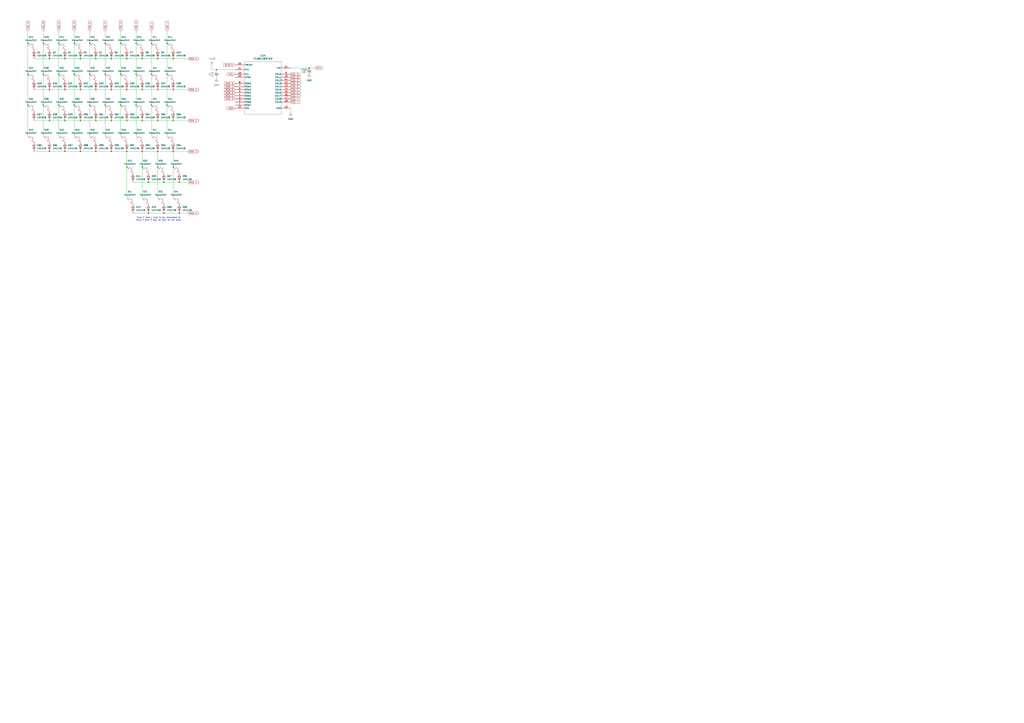
<source format=kicad_sch>
(kicad_sch (version 20231120) (generator "eeschema") (generator_version "8.0")
  (paper "A1")
  (junction (at 142.24 99.06))
  (junction (at 104.14 137.16))
  (junction (at 73.66 86.36))
  (junction (at 104.14 124.46))
  (junction (at 40.64 48.26))
  (junction (at 104.14 99.06))
  (junction (at 142.24 73.66))
  (junction (at 35.56 86.36))
  (junction (at 78.74 48.26))
  (junction (at 111.76 86.36))
  (junction (at 91.44 48.26))
  (junction (at 129.54 48.26))
  (junction (at 104.14 73.66))
  (junction (at 104.14 48.26))
  (junction (at 116.84 124.46))
  (junction (at 99.06 35.56))
  (junction (at 129.54 124.46))
  (junction (at 48.26 86.36))
  (junction (at 60.96 86.36))
  (junction (at 121.92 175.26))
  (junction (at 73.66 60.96))
  (junction (at 124.46 60.96))
  (junction (at 142.24 124.46))
  (junction (at 22.86 86.36))
  (junction (at 134.62 175.26))
  (junction (at 147.32 149.86))
  (junction (at 177.8 57.15))
  (junction (at 35.56 60.96))
  (junction (at 116.84 99.06))
  (junction (at 111.76 35.56))
  (junction (at 60.96 60.96))
  (junction (at 137.16 35.56))
  (junction (at 53.34 48.26))
  (junction (at 129.54 73.66))
  (junction (at 99.06 60.96))
  (junction (at 91.44 73.66))
  (junction (at 40.64 73.66))
  (junction (at 66.04 73.66))
  (junction (at 48.26 60.96))
  (junction (at 86.36 60.96))
  (junction (at 137.16 60.96))
  (junction (at 53.34 73.66))
  (junction (at 40.64 124.46))
  (junction (at 78.74 73.66))
  (junction (at 91.44 124.46))
  (junction (at 66.04 48.26))
  (junction (at 147.32 175.26))
  (junction (at 142.24 48.26))
  (junction (at 121.92 149.86))
  (junction (at 40.64 99.06))
  (junction (at 116.84 48.26))
  (junction (at 116.84 137.16))
  (junction (at 73.66 35.56))
  (junction (at 48.26 35.56))
  (junction (at 66.04 124.46))
  (junction (at 66.04 99.06))
  (junction (at 254 55.88))
  (junction (at 129.54 99.06))
  (junction (at 99.06 86.36))
  (junction (at 124.46 35.56))
  (junction (at 78.74 99.06))
  (junction (at 137.16 86.36))
  (junction (at 91.44 99.06))
  (junction (at 116.84 73.66))
  (junction (at 53.34 124.46))
  (junction (at 142.24 137.16))
  (junction (at 35.56 35.56))
  (junction (at 60.96 35.56))
  (junction (at 111.76 60.96))
  (junction (at 22.86 35.56))
  (junction (at 53.34 99.06))
  (junction (at 86.36 86.36))
  (junction (at 134.62 149.86))
  (junction (at 129.54 137.16))
  (junction (at 124.46 86.36))
  (junction (at 86.36 35.56))
  (junction (at 22.86 60.96))
  (junction (at 78.74 124.46))
  (wire (pts (xy 27.94 48.26) (xy 40.64 48.26)))
  (wire (pts (xy 124.46 35.56) (xy 124.46 60.96)))
  (wire (pts (xy 73.66 25.4) (xy 73.66 35.56)))
  (wire (pts (xy 173.99 57.15) (xy 177.8 57.15)))
  (wire (pts (xy 99.06 86.36) (xy 99.06 111.76)))
  (wire (pts (xy 142.24 124.46) (xy 142.24 137.16)))
  (wire (pts (xy 22.86 25.4) (xy 22.86 35.56)))
  (wire (pts (xy 173.99 53.34) (xy 173.99 57.15)))
  (wire (pts (xy 91.44 99.06) (xy 104.14 99.06)))
  (wire (pts (xy 129.54 73.66) (xy 142.24 73.66)))
  (wire (pts (xy 129.54 124.46) (xy 142.24 124.46)))
  (wire (pts (xy 121.92 175.26) (xy 134.62 175.26)))
  (wire (pts (xy 129.54 137.16) (xy 129.54 162.56)))
  (wire (pts (xy 22.86 86.36) (xy 22.86 111.76)))
  (wire (pts (xy 35.56 25.4) (xy 35.56 35.56)))
  (wire (pts (xy 60.96 60.96) (xy 60.96 86.36)))
  (wire (pts (xy 238.76 88.9) (xy 238.76 92.71)))
  (wire (pts (xy 35.56 60.96) (xy 35.56 86.36)))
  (wire (pts (xy 124.46 25.4) (xy 124.46 35.56)))
  (wire (pts (xy 22.86 35.56) (xy 22.86 60.96)))
  (wire (pts (xy 99.06 35.56) (xy 99.06 60.96)))
  (wire (pts (xy 99.06 60.96) (xy 99.06 86.36)))
  (wire (pts (xy 60.96 86.36) (xy 60.96 111.76)))
  (wire (pts (xy 48.26 60.96) (xy 48.26 86.36)))
  (wire (pts (xy 124.46 60.96) (xy 124.46 86.36)))
  (wire (pts (xy 137.16 86.36) (xy 137.16 111.76)))
  (wire (pts (xy 40.64 124.46) (xy 53.34 124.46)))
  (wire (pts (xy 116.84 73.66) (xy 129.54 73.66)))
  (wire (pts (xy 27.94 73.66) (xy 40.64 73.66)))
  (wire (pts (xy 86.36 60.96) (xy 86.36 86.36)))
  (wire (pts (xy 66.04 48.26) (xy 78.74 48.26)))
  (wire (pts (xy 78.74 124.46) (xy 91.44 124.46)))
  (wire (pts (xy 137.16 60.96) (xy 137.16 86.36)))
  (wire (pts (xy 78.74 99.06) (xy 91.44 99.06)))
  (wire (pts (xy 104.14 99.06) (xy 116.84 99.06)))
  (wire (pts (xy 35.56 35.56) (xy 35.56 60.96)))
  (wire (pts (xy 104.14 48.26) (xy 116.84 48.26)))
  (wire (pts (xy 177.8 57.15) (xy 193.04 57.15)))
  (wire (pts (xy 91.44 124.46) (xy 104.14 124.46)))
  (wire (pts (xy 40.64 73.66) (xy 53.34 73.66)))
  (wire (pts (xy 91.44 48.26) (xy 104.14 48.26)))
  (wire (pts (xy 134.62 149.86) (xy 147.32 149.86)))
  (wire (pts (xy 111.76 60.96) (xy 111.76 86.36)))
  (wire (pts (xy 40.64 48.26) (xy 53.34 48.26)))
  (wire (pts (xy 116.84 124.46) (xy 116.84 137.16)))
  (wire (pts (xy 73.66 35.56) (xy 73.66 60.96)))
  (wire (pts (xy 147.32 149.86) (xy 154.94 149.86)))
  (wire (pts (xy 137.16 25.4) (xy 137.16 35.56)))
  (wire (pts (xy 48.26 86.36) (xy 48.26 111.76)))
  (wire (pts (xy 116.84 99.06) (xy 129.54 99.06)))
  (wire (pts (xy 53.34 124.46) (xy 66.04 124.46)))
  (wire (pts (xy 86.36 25.4) (xy 86.36 35.56)))
  (wire (pts (xy 147.32 175.26) (xy 154.94 175.26)))
  (wire (pts (xy 177.8 63.5) (xy 177.8 64.77)))
  (wire (pts (xy 78.74 73.66) (xy 91.44 73.66)))
  (wire (pts (xy 53.34 73.66) (xy 66.04 73.66)))
  (wire (pts (xy 116.84 48.26) (xy 129.54 48.26)))
  (wire (pts (xy 142.24 137.16) (xy 142.24 162.56)))
  (wire (pts (xy 238.76 55.88) (xy 254 55.88)))
  (wire (pts (xy 86.36 35.56) (xy 86.36 60.96)))
  (wire (pts (xy 91.44 73.66) (xy 104.14 73.66)))
  (wire (pts (xy 40.64 99.06) (xy 53.34 99.06)))
  (wire (pts (xy 35.56 86.36) (xy 35.56 111.76)))
  (wire (pts (xy 27.94 99.06) (xy 40.64 99.06)))
  (wire (pts (xy 86.36 86.36) (xy 86.36 111.76)))
  (wire (pts (xy 109.22 149.86) (xy 121.92 149.86)))
  (wire (pts (xy 104.14 124.46) (xy 116.84 124.46)))
  (wire (pts (xy 99.06 25.4) (xy 99.06 35.56)))
  (wire (pts (xy 104.14 124.46) (xy 104.14 137.16)))
  (wire (pts (xy 104.14 137.16) (xy 104.14 162.56)))
  (wire (pts (xy 124.46 86.36) (xy 124.46 111.76)))
  (wire (pts (xy 48.26 25.4) (xy 48.26 35.56)))
  (wire (pts (xy 73.66 60.96) (xy 73.66 86.36)))
  (wire (pts (xy 111.76 25.4) (xy 111.76 35.56)))
  (wire (pts (xy 53.34 48.26) (xy 66.04 48.26)))
  (wire (pts (xy 142.24 99.06) (xy 154.94 99.06)))
  (wire (pts (xy 53.34 99.06) (xy 66.04 99.06)))
  (wire (pts (xy 129.54 124.46) (xy 129.54 137.16)))
  (wire (pts (xy 121.92 149.86) (xy 134.62 149.86)))
  (wire (pts (xy 73.66 86.36) (xy 73.66 111.76)))
  (wire (pts (xy 22.86 60.96) (xy 22.86 86.36)))
  (wire (pts (xy 104.14 73.66) (xy 116.84 73.66)))
  (wire (pts (xy 177.8 58.42) (xy 177.8 57.15)))
  (wire (pts (xy 134.62 175.26) (xy 147.32 175.26)))
  (wire (pts (xy 78.74 48.26) (xy 91.44 48.26)))
  (wire (pts (xy 66.04 99.06) (xy 78.74 99.06)))
  (wire (pts (xy 27.94 124.46) (xy 40.64 124.46)))
  (wire (pts (xy 142.24 73.66) (xy 154.94 73.66)))
  (wire (pts (xy 60.96 25.4) (xy 60.96 35.56)))
  (wire (pts (xy 129.54 99.06) (xy 142.24 99.06)))
  (wire (pts (xy 137.16 35.56) (xy 137.16 60.96)))
  (wire (pts (xy 66.04 124.46) (xy 78.74 124.46)))
  (wire (pts (xy 116.84 124.46) (xy 129.54 124.46)))
  (wire (pts (xy 109.22 175.26) (xy 121.92 175.26)))
  (wire (pts (xy 66.04 73.66) (xy 78.74 73.66)))
  (wire (pts (xy 142.24 124.46) (xy 154.94 124.46)))
  (wire (pts (xy 60.96 35.56) (xy 60.96 60.96)))
  (wire (pts (xy 142.24 48.26) (xy 154.94 48.26)))
  (wire (pts (xy 111.76 86.36) (xy 111.76 111.76)))
  (wire (pts (xy 111.76 35.56) (xy 111.76 60.96)))
  (wire (pts (xy 254 55.88) (xy 259.08 55.88)))
  (wire (pts (xy 129.54 48.26) (xy 142.24 48.26)))
  (wire (pts (xy 48.26 35.56) (xy 48.26 60.96)))
  (wire (pts (xy 116.84 137.16) (xy 116.84 162.56)))
  (text "Cols K and L had to be relocated to\nrows 4 and 5 due to lack of col pins.\n" (at 130.302 179.832 0) (effects (font (size 1.27 1.27))))
  (global_label "ROW 2" (shape input) (at 193.04 73.66 180) (property "Intersheetrefs" "${INTERSHEET_REFS}" (effects (hide yes))))
  (global_label "ROW 3" (shape output) (at 154.94 124.46 0) (property "Intersheetrefs" "${INTERSHEET_REFS}" (effects (hide yes))))
  (global_label "COL F" (shape output) (at 238.76 73.66 0) (property "Intersheetrefs" "${INTERSHEET_REFS}" (effects (hide yes))))
  (global_label "COL J" (shape input) (at 137.16 25.4 90) (property "Intersheetrefs" "${INTERSHEET_REFS}" (effects (hide yes))))
  (global_label "COL G" (shape input) (at 99.06 25.4 90) (property "Intersheetrefs" "${INTERSHEET_REFS}" (effects (hide yes))))
  (global_label "COL A" (shape output) (at 238.76 60.96 0) (property "Intersheetrefs" "${INTERSHEET_REFS}" (effects (hide yes))))
  (global_label "RESETn" (shape input) (at 193.04 53.34 180) (property "Intersheetrefs" "${INTERSHEET_REFS}" (effects (hide yes))))
  (global_label "COL F" (shape input) (at 86.36 25.4 90) (property "Intersheetrefs" "${INTERSHEET_REFS}" (effects (hide yes))))
  (global_label "INTn" (shape output) (at 259.08 55.88 0) (property "Intersheetrefs" "${INTERSHEET_REFS}" (effects (hide yes))))
  (global_label "COL D" (shape input) (at 60.96 25.4 90) (property "Intersheetrefs" "${INTERSHEET_REFS}" (effects (hide yes))))
  (global_label "ROW 1" (shape input) (at 193.04 71.12 180) (property "Intersheetrefs" "${INTERSHEET_REFS}" (effects (hide yes))))
  (global_label "SCL" (shape bidirectional) (at 193.04 60.96 180) (property "Intersheetrefs" "${INTERSHEET_REFS}" (effects (hide yes))))
  (global_label "ROW 4" (shape output) (at 154.94 149.86 0) (property "Intersheetrefs" "${INTERSHEET_REFS}" (effects (hide yes))))
  (global_label "COL H" (shape input) (at 111.76 25.4 90) (property "Intersheetrefs" "${INTERSHEET_REFS}" (effects (hide yes))))
  (global_label "COL D" (shape output) (at 238.76 68.58 0) (property "Intersheetrefs" "${INTERSHEET_REFS}" (effects (hide yes))))
  (global_label "ROW 2" (shape output) (at 154.94 99.06 0) (property "Intersheetrefs" "${INTERSHEET_REFS}" (effects (hide yes))))
  (global_label "ROW 4" (shape input) (at 193.04 78.74 180) (property "Intersheetrefs" "${INTERSHEET_REFS}" (effects (hide yes))))
  (global_label "COL J" (shape output) (at 238.76 83.82 0) (property "Intersheetrefs" "${INTERSHEET_REFS}" (effects (hide yes))))
  (global_label "COL C" (shape output) (at 238.76 66.04 0) (property "Intersheetrefs" "${INTERSHEET_REFS}" (effects (hide yes))))
  (global_label "ROW 0" (shape input) (at 193.04 68.58 180) (property "Intersheetrefs" "${INTERSHEET_REFS}" (effects (hide yes))))
  (global_label "ROW 5" (shape output) (at 154.94 175.26 0) (property "Intersheetrefs" "${INTERSHEET_REFS}" (effects (hide yes))))
  (global_label "COL G" (shape output) (at 238.76 76.2 0) (property "Intersheetrefs" "${INTERSHEET_REFS}" (effects (hide yes))))
  (global_label "COL B" (shape output) (at 238.76 63.5 0) (property "Intersheetrefs" "${INTERSHEET_REFS}" (effects (hide yes))))
  (global_label "COL C" (shape input) (at 48.26 25.4 90) (property "Intersheetrefs" "${INTERSHEET_REFS}" (effects (hide yes))))
  (global_label "COL I" (shape output) (at 238.76 81.28 0) (property "Intersheetrefs" "${INTERSHEET_REFS}" (effects (hide yes))))
  (global_label "COL I" (shape input) (at 124.46 25.4 90) (property "Intersheetrefs" "${INTERSHEET_REFS}" (effects (hide yes))))
  (global_label "ROW 3" (shape input) (at 193.04 76.2 180) (property "Intersheetrefs" "${INTERSHEET_REFS}" (effects (hide yes))))
  (global_label "ROW 5" (shape input) (at 193.04 81.28 180) (property "Intersheetrefs" "${INTERSHEET_REFS}" (effects (hide yes))))
  (global_label "COL B" (shape input) (at 35.56 25.4 90) (property "Intersheetrefs" "${INTERSHEET_REFS}" (effects (hide yes))))
  (global_label "COL H" (shape output) (at 238.76 78.74 0) (property "Intersheetrefs" "${INTERSHEET_REFS}" (effects (hide yes))))
  (global_label "ROW 0" (shape output) (at 154.94 48.26 0) (property "Intersheetrefs" "${INTERSHEET_REFS}" (effects (hide yes))))
  (global_label "ROW 1" (shape output) (at 154.94 73.66 0) (property "Intersheetrefs" "${INTERSHEET_REFS}" (effects (hide yes))))
  (global_label "COL A" (shape input) (at 22.86 25.4 90) (property "Intersheetrefs" "${INTERSHEET_REFS}" (effects (hide yes))))
  (global_label "COL E" (shape output) (at 238.76 71.12 0) (property "Intersheetrefs" "${INTERSHEET_REFS}" (effects (hide yes))))
  (global_label "SDA" (shape bidirectional) (at 193.04 88.9 180) (property "Intersheetrefs" "${INTERSHEET_REFS}" (effects (hide yes))))
  (global_label "COL E" (shape input) (at 73.66 25.4 90) (property "Intersheetrefs" "${INTERSHEET_REFS}" (effects (hide yes))))
  (symbol (lib_id "Diode:1N4148") (at 78.74 120.65 90) (unit 1)
    (property "Reference" "D89" (at 81.28 119.3799 90) (effects (justify right)))
    (property "Value" "1N4148" (at 81.28 121.9199 90) (effects (justify right)))
    (property "Footprint" "Diode_THT:D_DO-35_SOD27_P7.62mm_Horizontal" (effects (hide yes)))
    (property "Datasheet" "https://assets.nexperia.com/documents/data-sheet/1N4148_1N4448.pdf" (effects (hide yes)))
    (property "Description" "100V 0.15A standard switching diode, DO-35" (effects (hide yes)))
    (property "Sim.Device" "D" (effects (hide yes)))
    (property "Sim.Pins" "1=K 2=A" (effects (hide yes)))
  )
  (symbol (lib_id "Diode:1N4148") (at 66.04 69.85 90) (unit 1)
    (property "Reference" "D32" (at 68.58 68.5799 90) (effects (justify right)))
    (property "Value" "1N4148" (at 68.58 71.1199 90) (effects (justify right)))
    (property "Footprint" "Diode_THT:D_DO-35_SOD27_P7.62mm_Horizontal" (effects (hide yes)))
    (property "Datasheet" "https://assets.nexperia.com/documents/data-sheet/1N4148_1N4448.pdf" (effects (hide yes)))
    (property "Description" "100V 0.15A standard switching diode, DO-35" (effects (hide yes)))
    (property "Sim.Device" "D" (effects (hide yes)))
    (property "Sim.Pins" "1=K 2=A" (effects (hide yes)))
  )
  (symbol (lib_id "ScottoKeebs:Placeholder_Keyswitch") (at 139.7 88.9 0) (unit 1)
    (property "Reference" "S3J" (at 139.7 81.28 0))
    (property "Value" "Keyswitch" (at 139.7 83.82 0))
    (property "Description" "Push button switch, normally open, two pins, 45° tilted" (effects (hide yes)))
  )
  (symbol (lib_id "ScottoKeebs:Placeholder_Keyswitch") (at 38.1 88.9 0) (unit 1)
    (property "Reference" "S3B" (at 38.1 81.28 0))
    (property "Value" "Keyswitch" (at 38.1 83.82 0))
    (property "Description" "Push button switch, normally open, two pins, 45° tilted" (effects (hide yes)))
  )
  (symbol (lib_id "Diode:1N4148") (at 91.44 69.85 90) (unit 1)
    (property "Reference" "D34" (at 93.98 68.5799 90) (effects (justify right)))
    (property "Value" "1N4148" (at 93.98 71.1199 90) (effects (justify right)))
    (property "Footprint" "Diode_THT:D_DO-35_SOD27_P7.62mm_Horizontal" (effects (hide yes)))
    (property "Datasheet" "https://assets.nexperia.com/documents/data-sheet/1N4148_1N4448.pdf" (effects (hide yes)))
    (property "Description" "100V 0.15A standard switching diode, DO-35" (effects (hide yes)))
    (property "Sim.Device" "D" (effects (hide yes)))
    (property "Sim.Pins" "1=K 2=A" (effects (hide yes)))
  )
  (symbol (lib_id "Device:C_Polarized_Small_US") (at 177.8 60.96 0) (unit 1)
    (property "Reference" "C1" (at 172.466 60.96 90))
    (property "Value" "47uF" (at 174.498 61.214 90))
    (property "Description" "Polarized capacitor, small US symbol" (effects (hide yes)))
  )
  (symbol (lib_id "Diode:1N4148") (at 104.14 95.25 90) (unit 1)
    (property "Reference" "D63" (at 106.68 93.9799 90) (effects (justify right)))
    (property "Value" "1N4148" (at 106.68 96.5199 90) (effects (justify right)))
    (property "Footprint" "Diode_THT:D_DO-35_SOD27_P7.62mm_Horizontal" (effects (hide yes)))
    (property "Datasheet" "https://assets.nexperia.com/documents/data-sheet/1N4148_1N4448.pdf" (effects (hide yes)))
    (property "Description" "100V 0.15A standard switching diode, DO-35" (effects (hide yes)))
    (property "Sim.Device" "D" (effects (hide yes)))
    (property "Sim.Pins" "1=K 2=A" (effects (hide yes)))
  )
  (symbol (lib_id "ScottoKeebs:Placeholder_Keyswitch") (at 88.9 114.3 0) (unit 1)
    (property "Reference" "S4F" (at 88.9 106.68 0))
    (property "Value" "Keyswitch" (at 88.9 109.22 0))
    (property "Description" "Push button switch, normally open, two pins, 45° tilted" (effects (hide yes)))
  )
  (symbol (lib_id "ScottoKeebs:Placeholder_Keyswitch") (at 139.7 114.3 0) (unit 1)
    (property "Reference" "S4J" (at 139.7 106.68 0))
    (property "Value" "Keyswitch" (at 139.7 109.22 0))
    (property "Description" "Push button switch, normally open, two pins, 45° tilted" (effects (hide yes)))
  )
  (symbol (lib_id "ScottoKeebs:Placeholder_Keyswitch") (at 114.3 63.5 0) (unit 1)
    (property "Reference" "S2H" (at 114.3 55.88 0))
    (property "Value" "Keyswitch" (at 114.3 58.42 0))
    (property "Description" "Push button switch, normally open, two pins, 45° tilted" (effects (hide yes)))
  )
  (symbol (lib_id "ScottoKeebs:Placeholder_Keyswitch") (at 114.3 38.1 0) (unit 1)
    (property "Reference" "S1H" (at 114.3 30.48 0))
    (property "Value" "Keyswitch" (at 114.3 33.02 0))
    (property "Description" "Push button switch, normally open, two pins, 45° tilted" (effects (hide yes)))
  )
  (symbol (lib_id "Diode:1N4148") (at 129.54 95.25 90) (unit 1)
    (property "Reference" "D65" (at 132.08 93.9799 90) (effects (justify right)))
    (property "Value" "1N4148" (at 132.08 96.5199 90) (effects (justify right)))
    (property "Footprint" "Diode_THT:D_DO-35_SOD27_P7.62mm_Horizontal" (effects (hide yes)))
    (property "Datasheet" "https://assets.nexperia.com/documents/data-sheet/1N4148_1N4448.pdf" (effects (hide yes)))
    (property "Description" "100V 0.15A standard switching diode, DO-35" (effects (hide yes)))
    (property "Sim.Device" "D" (effects (hide yes)))
    (property "Sim.Pins" "1=K 2=A" (effects (hide yes)))
  )
  (symbol (lib_id "Diode:1N4148") (at 142.24 120.65 90) (unit 1)
    (property "Reference" "D94" (at 144.78 119.3799 90) (effects (justify right)))
    (property "Value" "1N4148" (at 144.78 121.9199 90) (effects (justify right)))
    (property "Footprint" "Diode_THT:D_DO-35_SOD27_P7.62mm_Horizontal" (effects (hide yes)))
    (property "Datasheet" "https://assets.nexperia.com/documents/data-sheet/1N4148_1N4448.pdf" (effects (hide yes)))
    (property "Description" "100V 0.15A standard switching diode, DO-35" (effects (hide yes)))
    (property "Sim.Device" "D" (effects (hide yes)))
    (property "Sim.Pins" "1=K 2=A" (effects (hide yes)))
  )
  (symbol (lib_id "power:GND") (at 177.8 64.77 0) (unit 1)
    (property "Reference" "#PWR03" (effects (hide yes)))
    (property "Value" "GND" (at 177.8 69.85 0))
    (property "Description" "Power symbol creates a global label with name \"GND\" , ground" (effects (hide yes)))
  )
  (symbol (lib_id "ScottoKeebs:Placeholder_Keyswitch") (at 101.6 38.1 0) (unit 1)
    (property "Reference" "S1G" (at 101.6 30.48 0))
    (property "Value" "Keyswitch" (at 101.6 33.02 0))
    (property "Description" "Push button switch, normally open, two pins, 45° tilted" (effects (hide yes)))
  )
  (symbol (lib_id "ScottoKeebs:Placeholder_Keyswitch") (at 76.2 63.5 0) (unit 1)
    (property "Reference" "S2E" (at 76.2 55.88 0))
    (property "Value" "Keyswitch" (at 76.2 58.42 0))
    (property "Description" "Push button switch, normally open, two pins, 45° tilted" (effects (hide yes)))
  )
  (symbol (lib_id "Diode:1N4148") (at 40.64 95.25 90) (unit 1)
    (property "Reference" "D58" (at 43.18 93.9799 90) (effects (justify right)))
    (property "Value" "1N4148" (at 43.18 96.5199 90) (effects (justify right)))
    (property "Footprint" "Diode_THT:D_DO-35_SOD27_P7.62mm_Horizontal" (effects (hide yes)))
    (property "Datasheet" "https://assets.nexperia.com/documents/data-sheet/1N4148_1N4448.pdf" (effects (hide yes)))
    (property "Description" "100V 0.15A standard switching diode, DO-35" (effects (hide yes)))
    (property "Sim.Device" "D" (effects (hide yes)))
    (property "Sim.Pins" "1=K 2=A" (effects (hide yes)))
  )
  (symbol (lib_id "ScottoKeebs:Placeholder_Keyswitch") (at 144.78 165.1 0) (unit 1)
    (property "Reference" "S4L" (at 144.78 157.48 0))
    (property "Value" "Keyswitch" (at 144.78 160.02 0))
    (property "Description" "Push button switch, normally open, two pins, 45° tilted" (effects (hide yes)))
  )
  (symbol (lib_id "ScottoKeebs:Placeholder_Keyswitch") (at 25.4 63.5 0) (unit 1)
    (property "Reference" "S2A" (at 25.4 55.88 0))
    (property "Value" "Keyswitch" (at 25.4 58.42 0))
    (property "Description" "Push button switch, normally open, two pins, 45° tilted" (effects (hide yes)))
  )
  (symbol (lib_id "Diode:1N4148") (at 27.94 95.25 90) (unit 1)
    (property "Reference" "D57" (at 30.48 93.9799 90) (effects (justify right)))
    (property "Value" "1N4148" (at 30.48 96.5199 90) (effects (justify right)))
    (property "Footprint" "Diode_THT:D_DO-35_SOD27_P7.62mm_Horizontal" (effects (hide yes)))
    (property "Datasheet" "https://assets.nexperia.com/documents/data-sheet/1N4148_1N4448.pdf" (effects (hide yes)))
    (property "Description" "100V 0.15A standard switching diode, DO-35" (effects (hide yes)))
    (property "Sim.Device" "D" (effects (hide yes)))
    (property "Sim.Pins" "1=K 2=A" (effects (hide yes)))
  )
  (symbol (lib_id "Diode:1N4148") (at 40.64 120.65 90) (unit 1)
    (property "Reference" "D86" (at 43.18 119.3799 90) (effects (justify right)))
    (property "Value" "1N4148" (at 43.18 121.9199 90) (effects (justify right)))
    (property "Footprint" "Diode_THT:D_DO-35_SOD27_P7.62mm_Horizontal" (effects (hide yes)))
    (property "Datasheet" "https://assets.nexperia.com/documents/data-sheet/1N4148_1N4448.pdf" (effects (hide yes)))
    (property "Description" "100V 0.15A standard switching diode, DO-35" (effects (hide yes)))
    (property "Sim.Device" "D" (effects (hide yes)))
    (property "Sim.Pins" "1=K 2=A" (effects (hide yes)))
  )
  (symbol (lib_id "Diode:1N4148") (at 134.62 171.45 90) (unit 1)
    (property "Reference" "D68" (at 137.16 170.1799 90) (effects (justify right)))
    (property "Value" "1N4148" (at 137.16 172.7199 90) (effects (justify right)))
    (property "Footprint" "Diode_THT:D_DO-35_SOD27_P7.62mm_Horizontal" (effects (hide yes)))
    (property "Datasheet" "https://assets.nexperia.com/documents/data-sheet/1N4148_1N4448.pdf" (effects (hide yes)))
    (property "Description" "100V 0.15A standard switching diode, DO-35" (effects (hide yes)))
    (property "Sim.Device" "D" (effects (hide yes)))
    (property "Sim.Pins" "1=K 2=A" (effects (hide yes)))
  )
  (symbol (lib_id "Diode:1N4148") (at 104.14 69.85 90) (unit 1)
    (property "Reference" "D35" (at 106.68 68.5799 90) (effects (justify right)))
    (property "Value" "1N4148" (at 106.68 71.1199 90) (effects (justify right)))
    (property "Footprint" "Diode_THT:D_DO-35_SOD27_P7.62mm_Horizontal" (effects (hide yes)))
    (property "Datasheet" "https://assets.nexperia.com/documents/data-sheet/1N4148_1N4448.pdf" (effects (hide yes)))
    (property "Description" "100V 0.15A standard switching diode, DO-35" (effects (hide yes)))
    (property "Sim.Device" "D" (effects (hide yes)))
    (property "Sim.Pins" "1=K 2=A" (effects (hide yes)))
  )
  (symbol (lib_id "Diode:1N4148") (at 53.34 120.65 90) (unit 1)
    (property "Reference" "D87" (at 55.88 119.3799 90) (effects (justify right)))
    (property "Value" "1N4148" (at 55.88 121.9199 90) (effects (justify right)))
    (property "Footprint" "Diode_THT:D_DO-35_SOD27_P7.62mm_Horizontal" (effects (hide yes)))
    (property "Datasheet" "https://assets.nexperia.com/documents/data-sheet/1N4148_1N4448.pdf" (effects (hide yes)))
    (property "Description" "100V 0.15A standard switching diode, DO-35" (effects (hide yes)))
    (property "Sim.Device" "D" (effects (hide yes)))
    (property "Sim.Pins" "1=K 2=A" (effects (hide yes)))
  )
  (symbol (lib_id "Diode:1N4148") (at 91.44 95.25 90) (unit 1)
    (property "Reference" "D62" (at 93.98 93.9799 90) (effects (justify right)))
    (property "Value" "1N4148" (at 93.98 96.5199 90) (effects (justify right)))
    (property "Footprint" "Diode_THT:D_DO-35_SOD27_P7.62mm_Horizontal" (effects (hide yes)))
    (property "Datasheet" "https://assets.nexperia.com/documents/data-sheet/1N4148_1N4448.pdf" (effects (hide yes)))
    (property "Description" "100V 0.15A standard switching diode, DO-35" (effects (hide yes)))
    (property "Sim.Device" "D" (effects (hide yes)))
    (property "Sim.Pins" "1=K 2=A" (effects (hide yes)))
  )
  (symbol (lib_id "Diode:1N4148") (at 66.04 44.45 90) (unit 1)
    (property "Reference" "D5" (at 68.58 43.1799 90) (effects (justify right)))
    (property "Value" "1N4148" (at 68.58 45.7199 90) (effects (justify right)))
    (property "Footprint" "Diode_THT:D_DO-35_SOD27_P7.62mm_Horizontal" (effects (hide yes)))
    (property "Datasheet" "https://assets.nexperia.com/documents/data-sheet/1N4148_1N4448.pdf" (effects (hide yes)))
    (property "Description" "100V 0.15A standard switching diode, DO-35" (effects (hide yes)))
    (property "Sim.Device" "D" (effects (hide yes)))
    (property "Sim.Pins" "1=K 2=A" (effects (hide yes)))
  )
  (symbol (lib_id "ScottoKeebs:Placeholder_Keyswitch") (at 127 114.3 0) (unit 1)
    (property "Reference" "S4I" (at 127 106.68 0))
    (property "Value" "Keyswitch" (at 127 109.22 0))
    (property "Description" "Push button switch, normally open, two pins, 45° tilted" (effects (hide yes)))
  )
  (symbol (lib_id "Diode:1N4148") (at 104.14 44.45 90) (unit 1)
    (property "Reference" "D7" (at 106.68 43.1799 90) (effects (justify right)))
    (property "Value" "1N4148" (at 106.68 45.7199 90) (effects (justify right)))
    (property "Footprint" "Diode_THT:D_DO-35_SOD27_P7.62mm_Horizontal" (effects (hide yes)))
    (property "Datasheet" "https://assets.nexperia.com/documents/data-sheet/1N4148_1N4448.pdf" (effects (hide yes)))
    (property "Description" "100V 0.15A standard switching diode, DO-35" (effects (hide yes)))
    (property "Sim.Device" "D" (effects (hide yes)))
    (property "Sim.Pins" "1=K 2=A" (effects (hide yes)))
  )
  (symbol (lib_id "Diode:1N4148") (at 66.04 120.65 90) (unit 1)
    (property "Reference" "D88" (at 68.58 119.3799 90) (effects (justify right)))
    (property "Value" "1N4148" (at 68.58 121.9199 90) (effects (justify right)))
    (property "Footprint" "Diode_THT:D_DO-35_SOD27_P7.62mm_Horizontal" (effects (hide yes)))
    (property "Datasheet" "https://assets.nexperia.com/documents/data-sheet/1N4148_1N4448.pdf" (effects (hide yes)))
    (property "Description" "100V 0.15A standard switching diode, DO-35" (effects (hide yes)))
    (property "Sim.Device" "D" (effects (hide yes)))
    (property "Sim.Pins" "1=K 2=A" (effects (hide yes)))
  )
  (symbol (lib_id "Diode:1N4148") (at 66.04 95.25 90) (unit 1)
    (property "Reference" "D60" (at 68.58 93.9799 90) (effects (justify right)))
    (property "Value" "1N4148" (at 68.58 96.5199 90) (effects (justify right)))
    (property "Footprint" "Diode_THT:D_DO-35_SOD27_P7.62mm_Horizontal" (effects (hide yes)))
    (property "Datasheet" "https://assets.nexperia.com/documents/data-sheet/1N4148_1N4448.pdf" (effects (hide yes)))
    (property "Description" "100V 0.15A standard switching diode, DO-35" (effects (hide yes)))
    (property "Sim.Device" "D" (effects (hide yes)))
    (property "Sim.Pins" "1=K 2=A" (effects (hide yes)))
  )
  (symbol (lib_id "Diode:1N4148") (at 27.94 69.85 90) (unit 1)
    (property "Reference" "D29" (at 30.48 68.5799 90) (effects (justify right)))
    (property "Value" "1N4148" (at 30.48 71.1199 90) (effects (justify right)))
    (property "Footprint" "Diode_THT:D_DO-35_SOD27_P7.62mm_Horizontal" (effects (hide yes)))
    (property "Datasheet" "https://assets.nexperia.com/documents/data-sheet/1N4148_1N4448.pdf" (effects (hide yes)))
    (property "Description" "100V 0.15A standard switching diode, DO-35" (effects (hide yes)))
    (property "Sim.Device" "D" (effects (hide yes)))
    (property "Sim.Pins" "1=K 2=A" (effects (hide yes)))
  )
  (symbol (lib_id "ScottoKeebs:Placeholder_Keyswitch") (at 101.6 88.9 0) (unit 1)
    (property "Reference" "S3G" (at 101.6 81.28 0))
    (property "Value" "Keyswitch" (at 101.6 83.82 0))
    (property "Description" "Push button switch, normally open, two pins, 45° tilted" (effects (hide yes)))
  )
  (symbol (lib_id "Diode:1N4148") (at 121.92 146.05 90) (unit 1)
    (property "Reference" "D39" (at 124.46 144.7799 90) (effects (justify right)))
    (property "Value" "1N4148" (at 124.46 147.3199 90) (effects (justify right)))
    (property "Footprint" "Diode_THT:D_DO-35_SOD27_P7.62mm_Horizontal" (effects (hide yes)))
    (property "Datasheet" "https://assets.nexperia.com/documents/data-sheet/1N4148_1N4448.pdf" (effects (hide yes)))
    (property "Description" "100V 0.15A standard switching diode, DO-35" (effects (hide yes)))
    (property "Sim.Device" "D" (effects (hide yes)))
    (property "Sim.Pins" "1=K 2=A" (effects (hide yes)))
  )
  (symbol (lib_id "ScottoKeebs:Placeholder_Keyswitch") (at 114.3 88.9 0) (unit 1)
    (property "Reference" "S3H" (at 114.3 81.28 0))
    (property "Value" "Keyswitch" (at 114.3 83.82 0))
    (property "Description" "Push button switch, normally open, two pins, 45° tilted" (effects (hide yes)))
  )
  (symbol (lib_id "ScottoKeebs:Placeholder_Keyswitch") (at 63.5 114.3 0) (unit 1)
    (property "Reference" "S4D" (at 63.5 106.68 0))
    (property "Value" "Keyswitch" (at 63.5 109.22 0))
    (property "Description" "Push button switch, normally open, two pins, 45° tilted" (effects (hide yes)))
  )
  (symbol (lib_id "ScottoKeebs:Placeholder_Keyswitch") (at 119.38 139.7 0) (unit 1)
    (property "Reference" "S2K" (at 119.38 132.08 0))
    (property "Value" "Keyswitch" (at 119.38 134.62 0))
    (property "Description" "Push button switch, normally open, two pins, 45° tilted" (effects (hide yes)))
  )
  (symbol (lib_id "Diode:1N4148") (at 129.54 69.85 90) (unit 1)
    (property "Reference" "D37" (at 132.08 68.5799 90) (effects (justify right)))
    (property "Value" "1N4148" (at 132.08 71.1199 90) (effects (justify right)))
    (property "Footprint" "Diode_THT:D_DO-35_SOD27_P7.62mm_Horizontal" (effects (hide yes)))
    (property "Datasheet" "https://assets.nexperia.com/documents/data-sheet/1N4148_1N4448.pdf" (effects (hide yes)))
    (property "Description" "100V 0.15A standard switching diode, DO-35" (effects (hide yes)))
    (property "Sim.Device" "D" (effects (hide yes)))
    (property "Sim.Pins" "1=K 2=A" (effects (hide yes)))
  )
  (symbol (lib_id "ScottoKeebs:Placeholder_Keyswitch") (at 132.08 165.1 0) (unit 1)
    (property "Reference" "S3L" (at 132.08 157.48 0))
    (property "Value" "Keyswitch" (at 132.08 160.02 0))
    (property "Description" "Push button switch, normally open, two pins, 45° tilted" (effects (hide yes)))
  )
  (symbol (lib_id "ScottoKeebs:Placeholder_Keyswitch") (at 106.68 139.7 0) (unit 1)
    (property "Reference" "S1K" (at 106.68 132.08 0))
    (property "Value" "Keyswitch" (at 106.68 134.62 0))
    (property "Description" "Push button switch, normally open, two pins, 45° tilted" (effects (hide yes)))
  )
  (symbol (lib_id "Diode:1N4148") (at 134.62 146.05 90) (unit 1)
    (property "Reference" "D67" (at 137.16 144.7799 90) (effects (justify right)))
    (property "Value" "1N4148" (at 137.16 147.3199 90) (effects (justify right)))
    (property "Footprint" "Diode_THT:D_DO-35_SOD27_P7.62mm_Horizontal" (effects (hide yes)))
    (property "Datasheet" "https://assets.nexperia.com/documents/data-sheet/1N4148_1N4448.pdf" (effects (hide yes)))
    (property "Description" "100V 0.15A standard switching diode, DO-35" (effects (hide yes)))
    (property "Sim.Device" "D" (effects (hide yes)))
    (property "Sim.Pins" "1=K 2=A" (effects (hide yes)))
  )
  (symbol (lib_id "ScottoKeebs:Placeholder_Keyswitch") (at 132.08 139.7 0) (unit 1)
    (property "Reference" "S3K" (at 132.08 132.08 0))
    (property "Value" "Keyswitch" (at 132.08 134.62 0))
    (property "Description" "Push button switch, normally open, two pins, 45° tilted" (effects (hide yes)))
  )
  (symbol (lib_id "Diode:1N4148") (at 142.24 95.25 90) (unit 1)
    (property "Reference" "D66" (at 144.78 93.9799 90) (effects (justify right)))
    (property "Value" "1N4148" (at 144.78 96.5199 90) (effects (justify right)))
    (property "Footprint" "Diode_THT:D_DO-35_SOD27_P7.62mm_Horizontal" (effects (hide yes)))
    (property "Datasheet" "https://assets.nexperia.com/documents/data-sheet/1N4148_1N4448.pdf" (effects (hide yes)))
    (property "Description" "100V 0.15A standard switching diode, DO-35" (effects (hide yes)))
    (property "Sim.Device" "D" (effects (hide yes)))
    (property "Sim.Pins" "1=K 2=A" (effects (hide yes)))
  )
  (symbol (lib_id "Diode:1N4148") (at 40.64 69.85 90) (unit 1)
    (property "Reference" "D30" (at 43.18 68.5799 90) (effects (justify right)))
    (property "Value" "1N4148" (at 43.18 71.1199 90) (effects (justify right)))
    (property "Footprint" "Diode_THT:D_DO-35_SOD27_P7.62mm_Horizontal" (effects (hide yes)))
    (property "Datasheet" "https://assets.nexperia.com/documents/data-sheet/1N4148_1N4448.pdf" (effects (hide yes)))
    (property "Description" "100V 0.15A standard switching diode, DO-35" (effects (hide yes)))
    (property "Sim.Device" "D" (effects (hide yes)))
    (property "Sim.Pins" "1=K 2=A" (effects (hide yes)))
  )
  (symbol (lib_id "ScottoKeebs:Placeholder_Keyswitch") (at 25.4 38.1 0) (unit 1)
    (property "Reference" "S1A" (at 25.4 30.48 0))
    (property "Value" "Keyswitch" (at 25.4 33.02 0))
    (property "Description" "Push button switch, normally open, two pins, 45° tilted" (effects (hide yes)))
  )
  (symbol (lib_id "ScottoKeebs:Placeholder_Keyswitch") (at 144.78 139.7 0) (unit 1)
    (property "Reference" "S4K" (at 144.78 132.08 0))
    (property "Value" "Keyswitch" (at 144.78 134.62 0))
    (property "Description" "Push button switch, normally open, two pins, 45° tilted" (effects (hide yes)))
  )
  (symbol (lib_name "TCA8418RTWR_1") (lib_id "TCA8418RTWR:TCA8418RTWR") (at 193.04 55.88 0) (unit 1)
    (property "Reference" "U2" (at 215.9 45.72 0) (effects (font (size 1.524 1.524))))
    (property "Value" "TCA8418RTWR" (at 215.9 48.26 0) (effects (font (size 1.524 1.524))))
    (property "Footprint" "RTW24_2P45X2P45" (effects (hide yes)))
    (property "Datasheet" "TCA8418RTWR" (effects (hide yes)))
  )
  (symbol (lib_id "Diode:1N4148") (at 78.74 44.45 90) (unit 1)
    (property "Reference" "D1" (at 81.28 43.1799 90) (effects (justify right)))
    (property "Value" "1N4148" (at 81.28 45.7199 90) (effects (justify right)))
    (property "Footprint" "Diode_THT:D_DO-35_SOD27_P7.62mm_Horizontal" (effects (hide yes)))
    (property "Datasheet" "https://assets.nexperia.com/documents/data-sheet/1N4148_1N4448.pdf" (effects (hide yes)))
    (property "Description" "100V 0.15A standard switching diode, DO-35" (effects (hide yes)))
    (property "Sim.Device" "D" (effects (hide yes)))
    (property "Sim.Pins" "1=K 2=A" (effects (hide yes)))
  )
  (symbol (lib_id "ScottoKeebs:Placeholder_Keyswitch") (at 119.38 165.1 0) (unit 1)
    (property "Reference" "S2L" (at 119.38 157.48 0))
    (property "Value" "Keyswitch" (at 119.38 160.02 0))
    (property "Description" "Push button switch, normally open, two pins, 45° tilted" (effects (hide yes)))
  )
  (symbol (lib_id "ScottoKeebs:Placeholder_Keyswitch") (at 50.8 38.1 0) (unit 1)
    (property "Reference" "S1C" (at 50.8 30.48 0))
    (property "Value" "Keyswitch" (at 50.8 33.02 0))
    (property "Description" "Push button switch, normally open, two pins, 45° tilted" (effects (hide yes)))
  )
  (symbol (lib_id "ScottoKeebs:Placeholder_Keyswitch") (at 127 38.1 0) (unit 1)
    (property "Reference" "S1I" (at 127 30.48 0))
    (property "Value" "Keyswitch" (at 127 33.02 0))
    (property "Description" "Push button switch, normally open, two pins, 45° tilted" (effects (hide yes)))
  )
  (symbol (lib_id "ScottoKeebs:Placeholder_Keyswitch") (at 127 63.5 0) (unit 1)
    (property "Reference" "S2I" (at 127 55.88 0))
    (property "Value" "Keyswitch" (at 127 58.42 0))
    (property "Description" "Push button switch, normally open, two pins, 45° tilted" (effects (hide yes)))
  )
  (symbol (lib_id "Diode:1N4148") (at 121.92 171.45 90) (unit 1)
    (property "Reference" "D40" (at 124.46 170.1799 90) (effects (justify right)))
    (property "Value" "1N4148" (at 124.46 172.7199 90) (effects (justify right)))
    (property "Footprint" "Diode_THT:D_DO-35_SOD27_P7.62mm_Horizontal" (effects (hide yes)))
    (property "Datasheet" "https://assets.nexperia.com/documents/data-sheet/1N4148_1N4448.pdf" (effects (hide yes)))
    (property "Description" "100V 0.15A standard switching diode, DO-35" (effects (hide yes)))
    (property "Sim.Device" "D" (effects (hide yes)))
    (property "Sim.Pins" "1=K 2=A" (effects (hide yes)))
  )
  (symbol (lib_id "Diode:1N4148") (at 78.74 69.85 90) (unit 1)
    (property "Reference" "D33" (at 81.28 68.5799 90) (effects (justify right)))
    (property "Value" "1N4148" (at 81.28 71.1199 90) (effects (justify right)))
    (property "Footprint" "Diode_THT:D_DO-35_SOD27_P7.62mm_Horizontal" (effects (hide yes)))
    (property "Datasheet" "https://assets.nexperia.com/documents/data-sheet/1N4148_1N4448.pdf" (effects (hide yes)))
    (property "Description" "100V 0.15A standard switching diode, DO-35" (effects (hide yes)))
    (property "Sim.Device" "D" (effects (hide yes)))
    (property "Sim.Pins" "1=K 2=A" (effects (hide yes)))
  )
  (symbol (lib_id "ScottoKeebs:Placeholder_Keyswitch") (at 50.8 114.3 0) (unit 1)
    (property "Reference" "S4C" (at 50.8 106.68 0))
    (property "Value" "Keyswitch" (at 50.8 109.22 0))
    (property "Description" "Push button switch, normally open, two pins, 45° tilted" (effects (hide yes)))
  )
  (symbol (lib_id "Diode:1N4148") (at 109.22 146.05 90) (unit 1)
    (property "Reference" "D11" (at 111.76 144.7799 90) (effects (justify right)))
    (property "Value" "1N4148" (at 111.76 147.3199 90) (effects (justify right)))
    (property "Footprint" "Diode_THT:D_DO-35_SOD27_P7.62mm_Horizontal" (effects (hide yes)))
    (property "Datasheet" "https://assets.nexperia.com/documents/data-sheet/1N4148_1N4448.pdf" (effects (hide yes)))
    (property "Description" "100V 0.15A standard switching diode, DO-35" (effects (hide yes)))
    (property "Sim.Device" "D" (effects (hide yes)))
    (property "Sim.Pins" "1=K 2=A" (effects (hide yes)))
  )
  (symbol (lib_id "Diode:1N4148") (at 27.94 120.65 90) (unit 1)
    (property "Reference" "D85" (at 30.48 119.3799 90) (effects (justify right)))
    (property "Value" "1N4148" (at 30.48 121.9199 90) (effects (justify right)))
    (property "Footprint" "Diode_THT:D_DO-35_SOD27_P7.62mm_Horizontal" (effects (hide yes)))
    (property "Datasheet" "https://assets.nexperia.com/documents/data-sheet/1N4148_1N4448.pdf" (effects (hide yes)))
    (property "Description" "100V 0.15A standard switching diode, DO-35" (effects (hide yes)))
    (property "Sim.Device" "D" (effects (hide yes)))
    (property "Sim.Pins" "1=K 2=A" (effects (hide yes)))
  )
  (symbol (lib_id "Diode:1N4148") (at 116.84 120.65 90) (unit 1)
    (property "Reference" "D92" (at 119.38 119.3799 90) (effects (justify right)))
    (property "Value" "1N4148" (at 119.38 121.9199 90) (effects (justify right)))
    (property "Footprint" "Diode_THT:D_DO-35_SOD27_P7.62mm_Horizontal" (effects (hide yes)))
    (property "Datasheet" "https://assets.nexperia.com/documents/data-sheet/1N4148_1N4448.pdf" (effects (hide yes)))
    (property "Description" "100V 0.15A standard switching diode, DO-35" (effects (hide yes)))
    (property "Sim.Device" "D" (effects (hide yes)))
    (property "Sim.Pins" "1=K 2=A" (effects (hide yes)))
  )
  (symbol (lib_id "ScottoKeebs:Placeholder_Keyswitch") (at 25.4 114.3 0) (unit 1)
    (property "Reference" "S4A" (at 25.4 106.68 0))
    (property "Value" "Keyswitch" (at 25.4 109.22 0))
    (property "Description" "Push button switch, normally open, two pins, 45° tilted" (effects (hide yes)))
  )
  (symbol (lib_id "ScottoKeebs:Placeholder_Keyswitch") (at 106.68 165.1 0) (unit 1)
    (property "Reference" "S1L" (at 106.68 157.48 0))
    (property "Value" "Keyswitch" (at 106.68 160.02 0))
    (property "Description" "Push button switch, normally open, two pins, 45° tilted" (effects (hide yes)))
  )
  (symbol (lib_id "ScottoKeebs:Placeholder_Keyswitch") (at 76.2 114.3 0) (unit 1)
    (property "Reference" "S4E" (at 76.2 106.68 0))
    (property "Value" "Keyswitch" (at 76.2 109.22 0))
    (property "Description" "Push button switch, normally open, two pins, 45° tilted" (effects (hide yes)))
  )
  (symbol (lib_id "ScottoKeebs:Placeholder_Keyswitch") (at 88.9 63.5 0) (unit 1)
    (property "Reference" "S2F" (at 88.9 55.88 0))
    (property "Value" "Keyswitch" (at 88.9 58.42 0))
    (property "Description" "Push button switch, normally open, two pins, 45° tilted" (effects (hide yes)))
  )
  (symbol (lib_id "ScottoKeebs:Placeholder_Keyswitch") (at 139.7 38.1 0) (unit 1)
    (property "Reference" "S1J" (at 139.7 30.48 0))
    (property "Value" "Keyswitch" (at 139.7 33.02 0))
    (property "Description" "Push button switch, normally open, two pins, 45° tilted" (effects (hide yes)))
  )
  (symbol (lib_id "ScottoKeebs:Placeholder_Keyswitch") (at 88.9 38.1 0) (unit 1)
    (property "Reference" "S1F" (at 88.9 30.48 0))
    (property "Value" "Keyswitch" (at 88.9 33.02 0))
    (property "Description" "Push button switch, normally open, two pins, 45° tilted" (effects (hide yes)))
  )
  (symbol (lib_id "ScottoKeebs:Placeholder_Keyswitch") (at 25.4 88.9 0) (unit 1)
    (property "Reference" "S3A" (at 25.4 81.28 0))
    (property "Value" "Keyswitch" (at 25.4 83.82 0))
    (property "Description" "Push button switch, normally open, two pins, 45° tilted" (effects (hide yes)))
  )
  (symbol (lib_id "Diode:1N4148") (at 40.64 44.45 90) (unit 1)
    (property "Reference" "D3" (at 43.18 43.1799 90) (effects (justify right)))
    (property "Value" "1N4148" (at 43.18 45.7199 90) (effects (justify right)))
    (property "Footprint" "Diode_THT:D_DO-35_SOD27_P7.62mm_Horizontal" (effects (hide yes)))
    (property "Datasheet" "https://assets.nexperia.com/documents/data-sheet/1N4148_1N4448.pdf" (effects (hide yes)))
    (property "Description" "100V 0.15A standard switching diode, DO-35" (effects (hide yes)))
    (property "Sim.Device" "D" (effects (hide yes)))
    (property "Sim.Pins" "1=K 2=A" (effects (hide yes)))
  )
  (symbol (lib_id "ScottoKeebs:Placeholder_Keyswitch") (at 76.2 38.1 0) (unit 1)
    (property "Reference" "S1E" (at 76.2 30.48 0))
    (property "Value" "Keyswitch" (at 76.2 33.02 0))
    (property "Description" "Push button switch, normally open, two pins, 45° tilted" (effects (hide yes)))
  )
  (symbol (lib_id "Diode:1N4148") (at 147.32 146.05 90) (unit 1)
    (property "Reference" "D95" (at 149.86 144.7799 90) (effects (justify right)))
    (property "Value" "1N4148" (at 149.86 147.3199 90) (effects (justify right)))
    (property "Footprint" "Diode_THT:D_DO-35_SOD27_P7.62mm_Horizontal" (effects (hide yes)))
    (property "Datasheet" "https://assets.nexperia.com/documents/data-sheet/1N4148_1N4448.pdf" (effects (hide yes)))
    (property "Description" "100V 0.15A standard switching diode, DO-35" (effects (hide yes)))
    (property "Sim.Device" "D" (effects (hide yes)))
    (property "Sim.Pins" "1=K 2=A" (effects (hide yes)))
  )
  (symbol (lib_id "ScottoKeebs:Placeholder_Keyswitch") (at 101.6 63.5 0) (unit 1)
    (property "Reference" "S2G" (at 101.6 55.88 0))
    (property "Value" "Keyswitch" (at 101.6 58.42 0))
    (property "Description" "Push button switch, normally open, two pins, 45° tilted" (effects (hide yes)))
  )
  (symbol (lib_id "Diode:1N4148") (at 129.54 120.65 90) (unit 1)
    (property "Reference" "D93" (at 132.08 119.3799 90) (effects (justify right)))
    (property "Value" "1N4148" (at 132.08 121.9199 90) (effects (justify right)))
    (property "Footprint" "Diode_THT:D_DO-35_SOD27_P7.62mm_Horizontal" (effects (hide yes)))
    (property "Datasheet" "https://assets.nexperia.com/documents/data-sheet/1N4148_1N4448.pdf" (effects (hide yes)))
    (property "Description" "100V 0.15A standard switching diode, DO-35" (effects (hide yes)))
    (property "Sim.Device" "D" (effects (hide yes)))
    (property "Sim.Pins" "1=K 2=A" (effects (hide yes)))
  )
  (symbol (lib_id "Diode:1N4148") (at 142.24 69.85 90) (unit 1)
    (property "Reference" "D38" (at 144.78 68.5799 90) (effects (justify right)))
    (property "Value" "1N4148" (at 144.78 71.1199 90) (effects (justify right)))
    (property "Footprint" "Diode_THT:D_DO-35_SOD27_P7.62mm_Horizontal" (effects (hide yes)))
    (property "Datasheet" "https://assets.nexperia.com/documents/data-sheet/1N4148_1N4448.pdf" (effects (hide yes)))
    (property "Description" "100V 0.15A standard switching diode, DO-35" (effects (hide yes)))
    (property "Sim.Device" "D" (effects (hide yes)))
    (property "Sim.Pins" "1=K 2=A" (effects (hide yes)))
  )
  (symbol (lib_id "ScottoKeebs:Placeholder_Keyswitch") (at 50.8 88.9 0) (unit 1)
    (property "Reference" "S3C" (at 50.8 81.28 0))
    (property "Value" "Keyswitch" (at 50.8 83.82 0))
    (property "Description" "Push button switch, normally open, two pins, 45° tilted" (effects (hide yes)))
  )
  (symbol (lib_id "Diode:1N4148") (at 116.84 95.25 90) (unit 1)
    (property "Reference" "D64" (at 119.38 93.9799 90) (effects (justify right)))
    (property "Value" "1N4148" (at 119.38 96.5199 90) (effects (justify right)))
    (property "Footprint" "Diode_THT:D_DO-35_SOD27_P7.62mm_Horizontal" (effects (hide yes)))
    (property "Datasheet" "https://assets.nexperia.com/documents/data-sheet/1N4148_1N4448.pdf" (effects (hide yes)))
    (property "Description" "100V 0.15A standard switching diode, DO-35" (effects (hide yes)))
    (property "Sim.Device" "D" (effects (hide yes)))
    (property "Sim.Pins" "1=K 2=A" (effects (hide yes)))
  )
  (symbol (lib_id "ScottoKeebs:Placeholder_Keyswitch") (at 50.8 63.5 0) (unit 1)
    (property "Reference" "S2C" (at 50.8 55.88 0))
    (property "Value" "Keyswitch" (at 50.8 58.42 0))
    (property "Description" "Push button switch, normally open, two pins, 45° tilted" (effects (hide yes)))
  )
  (symbol (lib_id "Diode:1N4148") (at 91.44 120.65 90) (unit 1)
    (property "Reference" "D90" (at 93.98 119.3799 90) (effects (justify right)))
    (property "Value" "1N4148" (at 93.98 121.9199 90) (effects (justify right)))
    (property "Footprint" "Diode_THT:D_DO-35_SOD27_P7.62mm_Horizontal" (effects (hide yes)))
    (property "Datasheet" "https://assets.nexperia.com/documents/data-sheet/1N4148_1N4448.pdf" (effects (hide yes)))
    (property "Description" "100V 0.15A standard switching diode, DO-35" (effects (hide yes)))
    (property "Sim.Device" "D" (effects (hide yes)))
    (property "Sim.Pins" "1=K 2=A" (effects (hide yes)))
  )
  (symbol (lib_id "ScottoKeebs:Placeholder_Keyswitch") (at 101.6 114.3 0) (unit 1)
    (property "Reference" "S4G" (at 101.6 106.68 0))
    (property "Value" "Keyswitch" (at 101.6 109.22 0))
    (property "Description" "Push button switch, normally open, two pins, 45° tilted" (effects (hide yes)))
  )
  (symbol (lib_id "Diode:1N4148") (at 104.14 120.65 90) (unit 1)
    (property "Reference" "D91" (at 106.68 119.3799 90) (effects (justify right)))
    (property "Value" "1N4148" (at 106.68 121.9199 90) (effects (justify right)))
    (property "Footprint" "Diode_THT:D_DO-35_SOD27_P7.62mm_Horizontal" (effects (hide yes)))
    (property "Datasheet" "https://assets.nexperia.com/documents/data-sheet/1N4148_1N4448.pdf" (effects (hide yes)))
    (property "Description" "100V 0.15A standard switching diode, DO-35" (effects (hide yes)))
    (property "Sim.Device" "D" (effects (hide yes)))
    (property "Sim.Pins" "1=K 2=A" (effects (hide yes)))
  )
  (symbol (lib_id "ScottoKeebs:Placeholder_Keyswitch") (at 38.1 114.3 0) (unit 1)
    (property "Reference" "S4B" (at 38.1 106.68 0))
    (property "Value" "Keyswitch" (at 38.1 109.22 0))
    (property "Description" "Push button switch, normally open, two pins, 45° tilted" (effects (hide yes)))
  )
  (symbol (lib_id "Diode:1N4148") (at 27.94 44.45 90) (unit 1)
    (property "Reference" "D2" (at 30.48 43.1799 90) (effects (justify right)))
    (property "Value" "1N4148" (at 30.48 45.7199 90) (effects (justify right)))
    (property "Footprint" "Diode_THT:D_DO-35_SOD27_P7.62mm_Horizontal" (effects (hide yes)))
    (property "Datasheet" "https://assets.nexperia.com/documents/data-sheet/1N4148_1N4448.pdf" (effects (hide yes)))
    (property "Description" "100V 0.15A standard switching diode, DO-35" (effects (hide yes)))
    (property "Sim.Device" "D" (effects (hide yes)))
    (property "Sim.Pins" "1=K 2=A" (effects (hide yes)))
  )
  (symbol (lib_id "Diode:1N4148") (at 116.84 44.45 90) (unit 1)
    (property "Reference" "D8" (at 119.38 43.1799 90) (effects (justify right)))
    (property "Value" "1N4148" (at 119.38 45.7199 90) (effects (justify right)))
    (property "Footprint" "Diode_THT:D_DO-35_SOD27_P7.62mm_Horizontal" (effects (hide yes)))
    (property "Datasheet" "https://assets.nexperia.com/documents/data-sheet/1N4148_1N4448.pdf" (effects (hide yes)))
    (property "Description" "100V 0.15A standard switching diode, DO-35" (effects (hide yes)))
    (property "Sim.Device" "D" (effects (hide yes)))
    (property "Sim.Pins" "1=K 2=A" (effects (hide yes)))
  )
  (symbol (lib_id "ScottoKeebs:Placeholder_Keyswitch") (at 38.1 38.1 0) (unit 1)
    (property "Reference" "S1B" (at 38.1 30.48 0))
    (property "Value" "Keyswitch" (at 38.1 33.02 0))
    (property "Description" "Push button switch, normally open, two pins, 45° tilted" (effects (hide yes)))
  )
  (symbol (lib_id "ScottoKeebs:Placeholder_Keyswitch") (at 63.5 88.9 0) (unit 1)
    (property "Reference" "S3D" (at 63.5 81.28 0))
    (property "Value" "Keyswitch" (at 63.5 83.82 0))
    (property "Description" "Push button switch, normally open, two pins, 45° tilted" (effects (hide yes)))
  )
  (symbol (lib_id "power:+3.3V") (at 173.99 53.34 0) (unit 1)
    (property "Reference" "#PWR02" (effects (hide yes)))
    (property "Value" "+3.3V" (at 173.99 48.26 0))
    (property "Description" "Power symbol creates a global label with name \"+3.3V\"" (effects (hide yes)))
  )
  (symbol (lib_id "Diode:1N4148") (at 53.34 69.85 90) (unit 1)
    (property "Reference" "D31" (at 55.88 68.5799 90) (effects (justify right)))
    (property "Value" "1N4148" (at 55.88 71.1199 90) (effects (justify right)))
    (property "Footprint" "Diode_THT:D_DO-35_SOD27_P7.62mm_Horizontal" (effects (hide yes)))
    (property "Datasheet" "https://assets.nexperia.com/documents/data-sheet/1N4148_1N4448.pdf" (effects (hide yes)))
    (property "Description" "100V 0.15A standard switching diode, DO-35" (effects (hide yes)))
    (property "Sim.Device" "D" (effects (hide yes)))
    (property "Sim.Pins" "1=K 2=A" (effects (hide yes)))
  )
  (symbol (lib_id "Diode:1N4148") (at 53.34 95.25 90) (unit 1)
    (property "Reference" "D59" (at 55.88 93.9799 90) (effects (justify right)))
    (property "Value" "1N4148" (at 55.88 96.5199 90) (effects (justify right)))
    (property "Footprint" "Diode_THT:D_DO-35_SOD27_P7.62mm_Horizontal" (effects (hide yes)))
    (property "Datasheet" "https://assets.nexperia.com/documents/data-sheet/1N4148_1N4448.pdf" (effects (hide yes)))
    (property "Description" "100V 0.15A standard switching diode, DO-35" (effects (hide yes)))
    (property "Sim.Device" "D" (effects (hide yes)))
    (property "Sim.Pins" "1=K 2=A" (effects (hide yes)))
  )
  (symbol (lib_id "ScottoKeebs:Placeholder_Keyswitch") (at 63.5 38.1 0) (unit 1)
    (property "Reference" "S1D" (at 63.5 30.48 0))
    (property "Value" "Keyswitch" (at 63.5 33.02 0))
    (property "Description" "Push button switch, normally open, two pins, 45° tilted" (effects (hide yes)))
  )
  (symbol (lib_id "Diode:1N4148") (at 142.24 44.45 90) (unit 1)
    (property "Reference" "D10" (at 144.78 43.1799 90) (effects (justify right)))
    (property "Value" "1N4148" (at 144.78 45.7199 90) (effects (justify right)))
    (property "Footprint" "Diode_THT:D_DO-35_SOD27_P7.62mm_Horizontal" (effects (hide yes)))
    (property "Datasheet" "https://assets.nexperia.com/documents/data-sheet/1N4148_1N4448.pdf" (effects (hide yes)))
    (property "Description" "100V 0.15A standard switching diode, DO-35" (effects (hide yes)))
    (property "Sim.Device" "D" (effects (hide yes)))
    (property "Sim.Pins" "1=K 2=A" (effects (hide yes)))
  )
  (symbol (lib_id "ScottoKeebs:Placeholder_Keyswitch") (at 38.1 63.5 0) (unit 1)
    (property "Reference" "S2B" (at 38.1 55.88 0))
    (property "Value" "Keyswitch" (at 38.1 58.42 0))
    (property "Description" "Push button switch, normally open, two pins, 45° tilted" (effects (hide yes)))
  )
  (symbol (lib_id "Diode:1N4148") (at 91.44 44.45 90) (unit 1)
    (property "Reference" "D6" (at 93.98 43.1799 90) (effects (justify right)))
    (property "Value" "1N4148" (at 93.98 45.7199 90) (effects (justify right)))
    (property "Footprint" "Diode_THT:D_DO-35_SOD27_P7.62mm_Horizontal" (effects (hide yes)))
    (property "Datasheet" "https://assets.nexperia.com/documents/data-sheet/1N4148_1N4448.pdf" (effects (hide yes)))
    (property "Description" "100V 0.15A standard switching diode, DO-35" (effects (hide yes)))
    (property "Sim.Device" "D" (effects (hide yes)))
    (property "Sim.Pins" "1=K 2=A" (effects (hide yes)))
  )
  (symbol (lib_id "Diode:1N4148") (at 116.84 69.85 90) (unit 1)
    (property "Reference" "D36" (at 119.38 68.5799 90) (effects (justify right)))
    (property "Value" "1N4148" (at 119.38 71.1199 90) (effects (justify right)))
    (property "Footprint" "Diode_THT:D_DO-35_SOD27_P7.62mm_Horizontal" (effects (hide yes)))
    (property "Datasheet" "https://assets.nexperia.com/documents/data-sheet/1N4148_1N4448.pdf" (effects (hide yes)))
    (property "Description" "100V 0.15A standard switching diode, DO-35" (effects (hide yes)))
    (property "Sim.Device" "D" (effects (hide yes)))
    (property "Sim.Pins" "1=K 2=A" (effects (hide yes)))
  )
  (symbol (lib_id "Diode:1N4148") (at 78.74 95.25 90) (unit 1)
    (property "Reference" "D61" (at 81.28 93.9799 90) (effects (justify right)))
    (property "Value" "1N4148" (at 81.28 96.5199 90) (effects (justify right)))
    (property "Footprint" "Diode_THT:D_DO-35_SOD27_P7.62mm_Horizontal" (effects (hide yes)))
    (property "Datasheet" "https://assets.nexperia.com/documents/data-sheet/1N4148_1N4448.pdf" (effects (hide yes)))
    (property "Description" "100V 0.15A standard switching diode, DO-35" (effects (hide yes)))
    (property "Sim.Device" "D" (effects (hide yes)))
    (property "Sim.Pins" "1=K 2=A" (effects (hide yes)))
  )
  (symbol (lib_id "Diode:1N4148") (at 147.32 171.45 90) (unit 1)
    (property "Reference" "D96" (at 149.86 170.1799 90) (effects (justify right)))
    (property "Value" "1N4148" (at 149.86 172.7199 90) (effects (justify right)))
    (property "Footprint" "Diode_THT:D_DO-35_SOD27_P7.62mm_Horizontal" (effects (hide yes)))
    (property "Datasheet" "https://assets.nexperia.com/documents/data-sheet/1N4148_1N4448.pdf" (effects (hide yes)))
    (property "Description" "100V 0.15A standard switching diode, DO-35" (effects (hide yes)))
    (property "Sim.Device" "D" (effects (hide yes)))
    (property "Sim.Pins" "1=K 2=A" (effects (hide yes)))
  )
  (symbol (lib_id "ScottoKeebs:Placeholder_Keyswitch") (at 63.5 63.5 0) (unit 1)
    (property "Reference" "S2D" (at 63.5 55.88 0))
    (property "Value" "Keyswitch" (at 63.5 58.42 0))
    (property "Description" "Push button switch, normally open, two pins, 45° tilted" (effects (hide yes)))
  )
  (symbol (lib_id "ScottoKeebs:Placeholder_Keyswitch") (at 114.3 114.3 0) (unit 1)
    (property "Reference" "S4H" (at 114.3 106.68 0))
    (property "Value" "Keyswitch" (at 114.3 109.22 0))
    (property "Description" "Push button switch, normally open, two pins, 45° tilted" (effects (hide yes)))
  )
  (symbol (lib_id "Diode:1N4148") (at 129.54 44.45 90) (unit 1)
    (property "Reference" "D9" (at 132.08 43.1799 90) (effects (justify right)))
    (property "Value" "1N4148" (at 132.08 45.7199 90) (effects (justify right)))
    (property "Footprint" "Diode_THT:D_DO-35_SOD27_P7.62mm_Horizontal" (effects (hide yes)))
    (property "Datasheet" "https://assets.nexperia.com/documents/data-sheet/1N4148_1N4448.pdf" (effects (hide yes)))
    (property "Description" "100V 0.15A standard switching diode, DO-35" (effects (hide yes)))
    (property "Sim.Device" "D" (effects (hide yes)))
    (property "Sim.Pins" "1=K 2=A" (effects (hide yes)))
  )
  (symbol (lib_id "ScottoKeebs:Placeholder_Keyswitch") (at 88.9 88.9 0) (unit 1)
    (property "Reference" "S3F" (at 88.9 81.28 0))
    (property "Value" "Keyswitch" (at 88.9 83.82 0))
    (property "Description" "Push button switch, normally open, two pins, 45° tilted" (effects (hide yes)))
  )
  (symbol (lib_id "power:GND") (at 238.76 92.71 0) (unit 1)
    (property "Reference" "#PWR01" (effects (hide yes)))
    (property "Value" "GND" (at 238.76 97.79 0))
    (property "Description" "Power symbol creates a global label with name \"GND\" , ground" (effects (hide yes)))
  )
  (symbol (lib_id "ScottoKeebs:Placeholder_Keyswitch") (at 127 88.9 0) (unit 1)
    (property "Reference" "S3I" (at 127 81.28 0))
    (property "Value" "Keyswitch" (at 127 83.82 0))
    (property "Description" "Push button switch, normally open, two pins, 45° tilted" (effects (hide yes)))
  )
  (symbol (lib_id "Device:C_Polarized_Small_US") (at 254 58.42 0) (unit 1)
    (property "Reference" "C2" (at 249.555 59.309 0))
    (property "Value" "47uF" (at 249.809 57.277 0))
    (property "Description" "Polarized capacitor, small US symbol" (effects (hide yes)))
  )
  (symbol (lib_id "power:GND") (at 254 60.96 0) (unit 1)
    (property "Reference" "#PWR04" (effects (hide yes)))
    (property "Value" "GND" (at 254 66.04 0))
    (property "Description" "Power symbol creates a global label with name \"GND\" , ground" (effects (hide yes)))
  )
  (symbol (lib_id "Diode:1N4148") (at 109.22 171.45 90) (unit 1)
    (property "Reference" "D12" (at 111.76 170.1799 90) (effects (justify right)))
    (property "Value" "1N4148" (at 111.76 172.7199 90) (effects (justify right)))
    (property "Footprint" "Diode_THT:D_DO-35_SOD27_P7.62mm_Horizontal" (effects (hide yes)))
    (property "Datasheet" "https://assets.nexperia.com/documents/data-sheet/1N4148_1N4448.pdf" (effects (hide yes)))
    (property "Description" "100V 0.15A standard switching diode, DO-35" (effects (hide yes)))
    (property "Sim.Device" "D" (effects (hide yes)))
    (property "Sim.Pins" "1=K 2=A" (effects (hide yes)))
  )
  (symbol (lib_id "ScottoKeebs:Placeholder_Keyswitch") (at 139.7 63.5 0) (unit 1)
    (property "Reference" "S2J" (at 139.7 55.88 0))
    (property "Value" "Keyswitch" (at 139.7 58.42 0))
    (property "Description" "Push button switch, normally open, two pins, 45° tilted" (effects (hide yes)))
  )
  (symbol (lib_id "Diode:1N4148") (at 53.34 44.45 90) (unit 1)
    (property "Reference" "D4" (at 55.88 43.1799 90) (effects (justify right)))
    (property "Value" "1N4148" (at 55.88 45.7199 90) (effects (justify right)))
    (property "Footprint" "Diode_THT:D_DO-35_SOD27_P7.62mm_Horizontal" (effects (hide yes)))
    (property "Datasheet" "https://assets.nexperia.com/documents/data-sheet/1N4148_1N4448.pdf" (effects (hide yes)))
    (property "Description" "100V 0.15A standard switching diode, DO-35" (effects (hide yes)))
    (property "Sim.Device" "D" (effects (hide yes)))
    (property "Sim.Pins" "1=K 2=A" (effects (hide yes)))
  )
  (symbol (lib_id "ScottoKeebs:Placeholder_Keyswitch") (at 76.2 88.9 0) (unit 1)
    (property "Reference" "S3E" (at 76.2 81.28 0))
    (property "Value" "Keyswitch" (at 76.2 83.82 0))
    (property "Description" "Push button switch, normally open, two pins, 45° tilted" (effects (hide yes)))
  )
)
</source>
